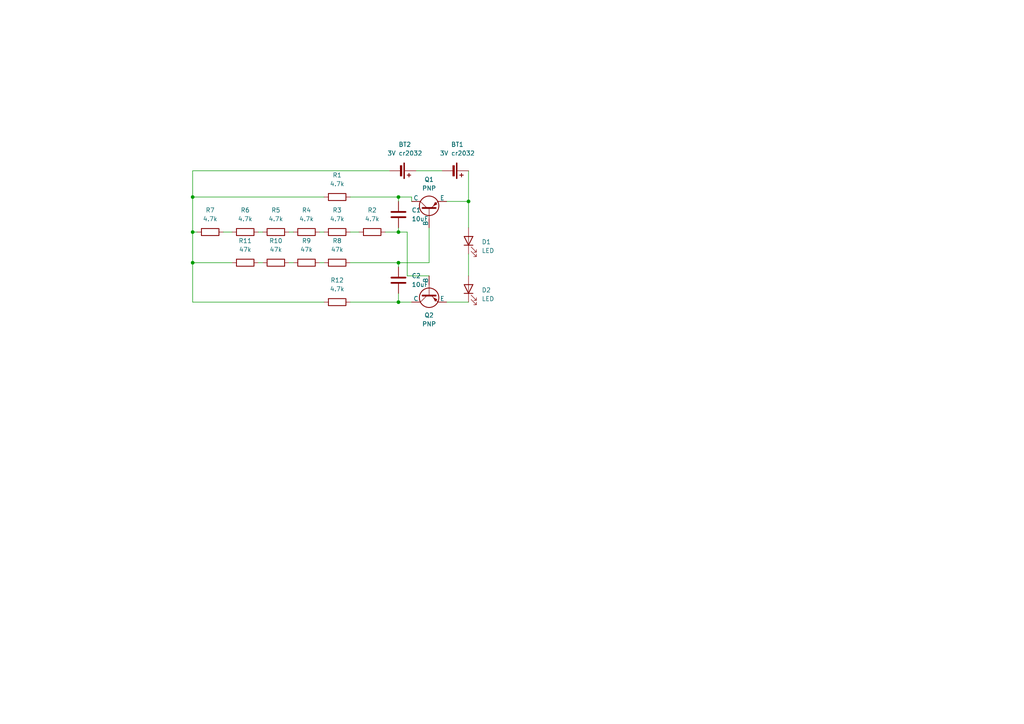
<source format=kicad_sch>
(kicad_sch
	(version 20250114)
	(generator "eeschema")
	(generator_version "9.0")
	(uuid "6c4b78bd-b47e-4461-942c-e57a5ece3be5")
	(paper "A4")
	(lib_symbols
		(symbol "Device:Battery_Cell"
			(pin_numbers
				(hide yes)
			)
			(pin_names
				(offset 0)
				(hide yes)
			)
			(exclude_from_sim no)
			(in_bom yes)
			(on_board yes)
			(property "Reference" "BT"
				(at 2.54 2.54 0)
				(effects
					(font
						(size 1.27 1.27)
					)
					(justify left)
				)
			)
			(property "Value" "Battery_Cell"
				(at 2.54 0 0)
				(effects
					(font
						(size 1.27 1.27)
					)
					(justify left)
				)
			)
			(property "Footprint" ""
				(at 0 1.524 90)
				(effects
					(font
						(size 1.27 1.27)
					)
					(hide yes)
				)
			)
			(property "Datasheet" "~"
				(at 0 1.524 90)
				(effects
					(font
						(size 1.27 1.27)
					)
					(hide yes)
				)
			)
			(property "Description" "Single-cell battery"
				(at 0 0 0)
				(effects
					(font
						(size 1.27 1.27)
					)
					(hide yes)
				)
			)
			(property "ki_keywords" "battery cell"
				(at 0 0 0)
				(effects
					(font
						(size 1.27 1.27)
					)
					(hide yes)
				)
			)
			(symbol "Battery_Cell_0_1"
				(rectangle
					(start -2.286 1.778)
					(end 2.286 1.524)
					(stroke
						(width 0)
						(type default)
					)
					(fill
						(type outline)
					)
				)
				(rectangle
					(start -1.524 1.016)
					(end 1.524 0.508)
					(stroke
						(width 0)
						(type default)
					)
					(fill
						(type outline)
					)
				)
				(polyline
					(pts
						(xy 0 1.778) (xy 0 2.54)
					)
					(stroke
						(width 0)
						(type default)
					)
					(fill
						(type none)
					)
				)
				(polyline
					(pts
						(xy 0 0.762) (xy 0 0)
					)
					(stroke
						(width 0)
						(type default)
					)
					(fill
						(type none)
					)
				)
				(polyline
					(pts
						(xy 0.762 3.048) (xy 1.778 3.048)
					)
					(stroke
						(width 0.254)
						(type default)
					)
					(fill
						(type none)
					)
				)
				(polyline
					(pts
						(xy 1.27 3.556) (xy 1.27 2.54)
					)
					(stroke
						(width 0.254)
						(type default)
					)
					(fill
						(type none)
					)
				)
			)
			(symbol "Battery_Cell_1_1"
				(pin passive line
					(at 0 5.08 270)
					(length 2.54)
					(name "+"
						(effects
							(font
								(size 1.27 1.27)
							)
						)
					)
					(number "1"
						(effects
							(font
								(size 1.27 1.27)
							)
						)
					)
				)
				(pin passive line
					(at 0 -2.54 90)
					(length 2.54)
					(name "-"
						(effects
							(font
								(size 1.27 1.27)
							)
						)
					)
					(number "2"
						(effects
							(font
								(size 1.27 1.27)
							)
						)
					)
				)
			)
			(embedded_fonts no)
		)
		(symbol "Device:C"
			(pin_numbers
				(hide yes)
			)
			(pin_names
				(offset 0.254)
			)
			(exclude_from_sim no)
			(in_bom yes)
			(on_board yes)
			(property "Reference" "C"
				(at 0.635 2.54 0)
				(effects
					(font
						(size 1.27 1.27)
					)
					(justify left)
				)
			)
			(property "Value" "C"
				(at 0.635 -2.54 0)
				(effects
					(font
						(size 1.27 1.27)
					)
					(justify left)
				)
			)
			(property "Footprint" ""
				(at 0.9652 -3.81 0)
				(effects
					(font
						(size 1.27 1.27)
					)
					(hide yes)
				)
			)
			(property "Datasheet" "~"
				(at 0 0 0)
				(effects
					(font
						(size 1.27 1.27)
					)
					(hide yes)
				)
			)
			(property "Description" "Unpolarized capacitor"
				(at 0 0 0)
				(effects
					(font
						(size 1.27 1.27)
					)
					(hide yes)
				)
			)
			(property "ki_keywords" "cap capacitor"
				(at 0 0 0)
				(effects
					(font
						(size 1.27 1.27)
					)
					(hide yes)
				)
			)
			(property "ki_fp_filters" "C_*"
				(at 0 0 0)
				(effects
					(font
						(size 1.27 1.27)
					)
					(hide yes)
				)
			)
			(symbol "C_0_1"
				(polyline
					(pts
						(xy -2.032 0.762) (xy 2.032 0.762)
					)
					(stroke
						(width 0.508)
						(type default)
					)
					(fill
						(type none)
					)
				)
				(polyline
					(pts
						(xy -2.032 -0.762) (xy 2.032 -0.762)
					)
					(stroke
						(width 0.508)
						(type default)
					)
					(fill
						(type none)
					)
				)
			)
			(symbol "C_1_1"
				(pin passive line
					(at 0 3.81 270)
					(length 2.794)
					(name "~"
						(effects
							(font
								(size 1.27 1.27)
							)
						)
					)
					(number "1"
						(effects
							(font
								(size 1.27 1.27)
							)
						)
					)
				)
				(pin passive line
					(at 0 -3.81 90)
					(length 2.794)
					(name "~"
						(effects
							(font
								(size 1.27 1.27)
							)
						)
					)
					(number "2"
						(effects
							(font
								(size 1.27 1.27)
							)
						)
					)
				)
			)
			(embedded_fonts no)
		)
		(symbol "Device:LED"
			(pin_numbers
				(hide yes)
			)
			(pin_names
				(offset 1.016)
				(hide yes)
			)
			(exclude_from_sim no)
			(in_bom yes)
			(on_board yes)
			(property "Reference" "D"
				(at 0 2.54 0)
				(effects
					(font
						(size 1.27 1.27)
					)
				)
			)
			(property "Value" "LED"
				(at 0 -2.54 0)
				(effects
					(font
						(size 1.27 1.27)
					)
				)
			)
			(property "Footprint" ""
				(at 0 0 0)
				(effects
					(font
						(size 1.27 1.27)
					)
					(hide yes)
				)
			)
			(property "Datasheet" "~"
				(at 0 0 0)
				(effects
					(font
						(size 1.27 1.27)
					)
					(hide yes)
				)
			)
			(property "Description" "Light emitting diode"
				(at 0 0 0)
				(effects
					(font
						(size 1.27 1.27)
					)
					(hide yes)
				)
			)
			(property "Sim.Pins" "1=K 2=A"
				(at 0 0 0)
				(effects
					(font
						(size 1.27 1.27)
					)
					(hide yes)
				)
			)
			(property "ki_keywords" "LED diode"
				(at 0 0 0)
				(effects
					(font
						(size 1.27 1.27)
					)
					(hide yes)
				)
			)
			(property "ki_fp_filters" "LED* LED_SMD:* LED_THT:*"
				(at 0 0 0)
				(effects
					(font
						(size 1.27 1.27)
					)
					(hide yes)
				)
			)
			(symbol "LED_0_1"
				(polyline
					(pts
						(xy -3.048 -0.762) (xy -4.572 -2.286) (xy -3.81 -2.286) (xy -4.572 -2.286) (xy -4.572 -1.524)
					)
					(stroke
						(width 0)
						(type default)
					)
					(fill
						(type none)
					)
				)
				(polyline
					(pts
						(xy -1.778 -0.762) (xy -3.302 -2.286) (xy -2.54 -2.286) (xy -3.302 -2.286) (xy -3.302 -1.524)
					)
					(stroke
						(width 0)
						(type default)
					)
					(fill
						(type none)
					)
				)
				(polyline
					(pts
						(xy -1.27 0) (xy 1.27 0)
					)
					(stroke
						(width 0)
						(type default)
					)
					(fill
						(type none)
					)
				)
				(polyline
					(pts
						(xy -1.27 -1.27) (xy -1.27 1.27)
					)
					(stroke
						(width 0.254)
						(type default)
					)
					(fill
						(type none)
					)
				)
				(polyline
					(pts
						(xy 1.27 -1.27) (xy 1.27 1.27) (xy -1.27 0) (xy 1.27 -1.27)
					)
					(stroke
						(width 0.254)
						(type default)
					)
					(fill
						(type none)
					)
				)
			)
			(symbol "LED_1_1"
				(pin passive line
					(at -3.81 0 0)
					(length 2.54)
					(name "K"
						(effects
							(font
								(size 1.27 1.27)
							)
						)
					)
					(number "1"
						(effects
							(font
								(size 1.27 1.27)
							)
						)
					)
				)
				(pin passive line
					(at 3.81 0 180)
					(length 2.54)
					(name "A"
						(effects
							(font
								(size 1.27 1.27)
							)
						)
					)
					(number "2"
						(effects
							(font
								(size 1.27 1.27)
							)
						)
					)
				)
			)
			(embedded_fonts no)
		)
		(symbol "Device:R"
			(pin_numbers
				(hide yes)
			)
			(pin_names
				(offset 0)
			)
			(exclude_from_sim no)
			(in_bom yes)
			(on_board yes)
			(property "Reference" "R"
				(at 2.032 0 90)
				(effects
					(font
						(size 1.27 1.27)
					)
				)
			)
			(property "Value" "R"
				(at 0 0 90)
				(effects
					(font
						(size 1.27 1.27)
					)
				)
			)
			(property "Footprint" ""
				(at -1.778 0 90)
				(effects
					(font
						(size 1.27 1.27)
					)
					(hide yes)
				)
			)
			(property "Datasheet" "~"
				(at 0 0 0)
				(effects
					(font
						(size 1.27 1.27)
					)
					(hide yes)
				)
			)
			(property "Description" "Resistor"
				(at 0 0 0)
				(effects
					(font
						(size 1.27 1.27)
					)
					(hide yes)
				)
			)
			(property "ki_keywords" "R res resistor"
				(at 0 0 0)
				(effects
					(font
						(size 1.27 1.27)
					)
					(hide yes)
				)
			)
			(property "ki_fp_filters" "R_*"
				(at 0 0 0)
				(effects
					(font
						(size 1.27 1.27)
					)
					(hide yes)
				)
			)
			(symbol "R_0_1"
				(rectangle
					(start -1.016 -2.54)
					(end 1.016 2.54)
					(stroke
						(width 0.254)
						(type default)
					)
					(fill
						(type none)
					)
				)
			)
			(symbol "R_1_1"
				(pin passive line
					(at 0 3.81 270)
					(length 1.27)
					(name "~"
						(effects
							(font
								(size 1.27 1.27)
							)
						)
					)
					(number "1"
						(effects
							(font
								(size 1.27 1.27)
							)
						)
					)
				)
				(pin passive line
					(at 0 -3.81 90)
					(length 1.27)
					(name "~"
						(effects
							(font
								(size 1.27 1.27)
							)
						)
					)
					(number "2"
						(effects
							(font
								(size 1.27 1.27)
							)
						)
					)
				)
			)
			(embedded_fonts no)
		)
		(symbol "Simulation_SPICE:PNP"
			(pin_numbers
				(hide yes)
			)
			(pin_names
				(offset 0)
			)
			(exclude_from_sim no)
			(in_bom yes)
			(on_board yes)
			(property "Reference" "Q"
				(at -2.54 7.62 0)
				(effects
					(font
						(size 1.27 1.27)
					)
				)
			)
			(property "Value" "PNP"
				(at -2.54 5.08 0)
				(effects
					(font
						(size 1.27 1.27)
					)
				)
			)
			(property "Footprint" ""
				(at 35.56 0 0)
				(effects
					(font
						(size 1.27 1.27)
					)
					(hide yes)
				)
			)
			(property "Datasheet" "https://ngspice.sourceforge.io/docs/ngspice-html-manual/manual.xhtml#cha_BJTs"
				(at 35.56 0 0)
				(effects
					(font
						(size 1.27 1.27)
					)
					(hide yes)
				)
			)
			(property "Description" "Bipolar transistor symbol for simulation only, substrate tied to the emitter"
				(at 0 0 0)
				(effects
					(font
						(size 1.27 1.27)
					)
					(hide yes)
				)
			)
			(property "Sim.Device" "PNP"
				(at 0 0 0)
				(effects
					(font
						(size 1.27 1.27)
					)
					(hide yes)
				)
			)
			(property "Sim.Type" "GUMMELPOON"
				(at 0 0 0)
				(effects
					(font
						(size 1.27 1.27)
					)
					(hide yes)
				)
			)
			(property "Sim.Pins" "1=C 2=B 3=E"
				(at 0 0 0)
				(effects
					(font
						(size 1.27 1.27)
					)
					(hide yes)
				)
			)
			(property "ki_keywords" "simulation"
				(at 0 0 0)
				(effects
					(font
						(size 1.27 1.27)
					)
					(hide yes)
				)
			)
			(symbol "PNP_0_1"
				(polyline
					(pts
						(xy -2.54 0) (xy 0.635 0)
					)
					(stroke
						(width 0.1524)
						(type default)
					)
					(fill
						(type none)
					)
				)
				(polyline
					(pts
						(xy 0.635 1.905) (xy 0.635 -1.905) (xy 0.635 -1.905)
					)
					(stroke
						(width 0.508)
						(type default)
					)
					(fill
						(type none)
					)
				)
				(polyline
					(pts
						(xy 0.635 0.635) (xy 2.54 2.54)
					)
					(stroke
						(width 0)
						(type default)
					)
					(fill
						(type none)
					)
				)
				(polyline
					(pts
						(xy 0.635 -0.635) (xy 2.54 -2.54) (xy 2.54 -2.54)
					)
					(stroke
						(width 0)
						(type default)
					)
					(fill
						(type none)
					)
				)
				(circle
					(center 1.27 0)
					(radius 2.8194)
					(stroke
						(width 0.254)
						(type default)
					)
					(fill
						(type none)
					)
				)
				(polyline
					(pts
						(xy 2.286 -1.778) (xy 1.778 -2.286) (xy 1.27 -1.27) (xy 2.286 -1.778) (xy 2.286 -1.778)
					)
					(stroke
						(width 0)
						(type default)
					)
					(fill
						(type outline)
					)
				)
			)
			(symbol "PNP_1_1"
				(pin input line
					(at -5.08 0 0)
					(length 2.54)
					(name "B"
						(effects
							(font
								(size 1.27 1.27)
							)
						)
					)
					(number "2"
						(effects
							(font
								(size 1.27 1.27)
							)
						)
					)
				)
				(pin open_collector line
					(at 2.54 5.08 270)
					(length 2.54)
					(name "C"
						(effects
							(font
								(size 1.27 1.27)
							)
						)
					)
					(number "1"
						(effects
							(font
								(size 1.27 1.27)
							)
						)
					)
				)
				(pin open_emitter line
					(at 2.54 -5.08 90)
					(length 2.54)
					(name "E"
						(effects
							(font
								(size 1.27 1.27)
							)
						)
					)
					(number "3"
						(effects
							(font
								(size 1.27 1.27)
							)
						)
					)
				)
			)
			(embedded_fonts no)
		)
	)
	(junction
		(at 115.57 57.15)
		(diameter 0)
		(color 0 0 0 0)
		(uuid "0a16cd21-c650-44e1-ae15-e36abe4dc0a6")
	)
	(junction
		(at 115.57 67.31)
		(diameter 0)
		(color 0 0 0 0)
		(uuid "79756c1a-2777-49b5-bbc2-df2970759cd2")
	)
	(junction
		(at 115.57 76.2)
		(diameter 0)
		(color 0 0 0 0)
		(uuid "8d7e02f8-f4b9-48e8-aebb-22a524a476ea")
	)
	(junction
		(at 55.88 57.15)
		(diameter 0)
		(color 0 0 0 0)
		(uuid "9962935d-36ac-4085-9eaa-29b62c8e49af")
	)
	(junction
		(at 55.88 67.31)
		(diameter 0)
		(color 0 0 0 0)
		(uuid "b900b3b0-ccb8-445f-8255-ab2b19305a47")
	)
	(junction
		(at 135.89 58.42)
		(diameter 0)
		(color 0 0 0 0)
		(uuid "c9b8bc76-18fe-45ba-98d2-bb01547493ed")
	)
	(junction
		(at 55.88 76.2)
		(diameter 0)
		(color 0 0 0 0)
		(uuid "dcd29ebe-0719-4497-a249-b11f8a8cccfc")
	)
	(junction
		(at 115.57 87.63)
		(diameter 0)
		(color 0 0 0 0)
		(uuid "efb09356-e1af-4e2f-8257-ca0abcc87998")
	)
	(wire
		(pts
			(xy 55.88 57.15) (xy 55.88 49.53)
		)
		(stroke
			(width 0)
			(type default)
		)
		(uuid "0e86babb-9513-49b4-b648-028f91d07525")
	)
	(wire
		(pts
			(xy 115.57 85.09) (xy 115.57 87.63)
		)
		(stroke
			(width 0)
			(type default)
		)
		(uuid "0f2dc92b-84e2-41eb-8e05-20bf537d9abe")
	)
	(wire
		(pts
			(xy 119.38 58.42) (xy 119.38 57.15)
		)
		(stroke
			(width 0)
			(type default)
		)
		(uuid "138c7d42-4a29-42fa-a07a-4da2ce6aab03")
	)
	(wire
		(pts
			(xy 101.6 67.31) (xy 104.14 67.31)
		)
		(stroke
			(width 0)
			(type default)
		)
		(uuid "209ca320-f754-423e-a068-1d6ecad3ceb8")
	)
	(wire
		(pts
			(xy 83.82 67.31) (xy 85.09 67.31)
		)
		(stroke
			(width 0)
			(type default)
		)
		(uuid "2a783f07-f0ae-4a8b-b501-7125c096e65c")
	)
	(wire
		(pts
			(xy 64.77 67.31) (xy 67.31 67.31)
		)
		(stroke
			(width 0)
			(type default)
		)
		(uuid "2ee6aec7-acbb-4afd-845e-f001fb20ad37")
	)
	(wire
		(pts
			(xy 135.89 58.42) (xy 135.89 66.04)
		)
		(stroke
			(width 0)
			(type default)
		)
		(uuid "3678a8de-49a7-4079-a940-6c5b7f51ce6b")
	)
	(wire
		(pts
			(xy 92.71 76.2) (xy 93.98 76.2)
		)
		(stroke
			(width 0)
			(type default)
		)
		(uuid "3cb7334d-05d2-4968-8905-b9a2454278c6")
	)
	(wire
		(pts
			(xy 83.82 76.2) (xy 85.09 76.2)
		)
		(stroke
			(width 0)
			(type default)
		)
		(uuid "3df1faa5-ff71-447f-b560-583084b9313b")
	)
	(wire
		(pts
			(xy 129.54 58.42) (xy 135.89 58.42)
		)
		(stroke
			(width 0)
			(type default)
		)
		(uuid "41a49c62-ad62-438e-a033-561d4979dc8c")
	)
	(wire
		(pts
			(xy 55.88 49.53) (xy 113.03 49.53)
		)
		(stroke
			(width 0)
			(type default)
		)
		(uuid "48e2a156-f9c7-4bc4-8f45-d5043466b8cd")
	)
	(wire
		(pts
			(xy 74.93 76.2) (xy 76.2 76.2)
		)
		(stroke
			(width 0)
			(type default)
		)
		(uuid "50fd753c-82ae-4126-8420-d280dd78dacc")
	)
	(wire
		(pts
			(xy 118.11 80.01) (xy 124.46 80.01)
		)
		(stroke
			(width 0)
			(type default)
		)
		(uuid "532a977a-f339-45f2-a597-1970dce9b175")
	)
	(wire
		(pts
			(xy 115.57 76.2) (xy 115.57 77.47)
		)
		(stroke
			(width 0)
			(type default)
		)
		(uuid "5fdd9716-54eb-4903-bb4c-10fe56d20e71")
	)
	(wire
		(pts
			(xy 129.54 87.63) (xy 135.89 87.63)
		)
		(stroke
			(width 0)
			(type default)
		)
		(uuid "6320a356-55e4-4f4e-b186-1c4b1a87deea")
	)
	(wire
		(pts
			(xy 135.89 73.66) (xy 135.89 80.01)
		)
		(stroke
			(width 0)
			(type default)
		)
		(uuid "68bb0648-dcca-46db-a3bf-ace480278c2d")
	)
	(wire
		(pts
			(xy 74.93 67.31) (xy 76.2 67.31)
		)
		(stroke
			(width 0)
			(type default)
		)
		(uuid "6bfc7598-2e98-46a2-8a91-cf63c8d7afd8")
	)
	(wire
		(pts
			(xy 119.38 57.15) (xy 115.57 57.15)
		)
		(stroke
			(width 0)
			(type default)
		)
		(uuid "7dd9ea0c-8b39-4d60-bc51-fa145de79e36")
	)
	(wire
		(pts
			(xy 55.88 67.31) (xy 57.15 67.31)
		)
		(stroke
			(width 0)
			(type default)
		)
		(uuid "8017eb78-4269-4b1e-b970-ffc5a0ef379c")
	)
	(wire
		(pts
			(xy 115.57 57.15) (xy 101.6 57.15)
		)
		(stroke
			(width 0)
			(type default)
		)
		(uuid "83763015-5f38-4126-a2bd-5f6aa96922b5")
	)
	(wire
		(pts
			(xy 55.88 76.2) (xy 67.31 76.2)
		)
		(stroke
			(width 0)
			(type default)
		)
		(uuid "84e5adb8-3cb4-4794-902f-715568678fd2")
	)
	(wire
		(pts
			(xy 115.57 87.63) (xy 119.38 87.63)
		)
		(stroke
			(width 0)
			(type default)
		)
		(uuid "897acdf2-25e7-46a5-818e-7f8de3bc0793")
	)
	(wire
		(pts
			(xy 55.88 87.63) (xy 93.98 87.63)
		)
		(stroke
			(width 0)
			(type default)
		)
		(uuid "8a161edc-d954-4e8d-8925-9e0e82ba3669")
	)
	(wire
		(pts
			(xy 124.46 76.2) (xy 124.46 66.04)
		)
		(stroke
			(width 0)
			(type default)
		)
		(uuid "8b29d3df-dd81-419d-b342-cdcdaf21f65d")
	)
	(wire
		(pts
			(xy 111.76 67.31) (xy 115.57 67.31)
		)
		(stroke
			(width 0)
			(type default)
		)
		(uuid "8e247630-df5c-47ed-afa7-1ad57721fc57")
	)
	(wire
		(pts
			(xy 55.88 76.2) (xy 55.88 87.63)
		)
		(stroke
			(width 0)
			(type default)
		)
		(uuid "a4d98d73-d1b9-4d07-9876-03e57b72f3bf")
	)
	(wire
		(pts
			(xy 120.65 49.53) (xy 128.27 49.53)
		)
		(stroke
			(width 0)
			(type default)
		)
		(uuid "adcf6a9a-33b5-4a79-ba3f-b529c5365222")
	)
	(wire
		(pts
			(xy 115.57 76.2) (xy 124.46 76.2)
		)
		(stroke
			(width 0)
			(type default)
		)
		(uuid "b6022dd9-7104-4ecf-99e4-80f83eabf7e4")
	)
	(wire
		(pts
			(xy 115.57 67.31) (xy 118.11 67.31)
		)
		(stroke
			(width 0)
			(type default)
		)
		(uuid "b6347581-1baa-4338-aa65-1325c47d6a6f")
	)
	(wire
		(pts
			(xy 115.57 57.15) (xy 115.57 58.42)
		)
		(stroke
			(width 0)
			(type default)
		)
		(uuid "b754d4bc-6a2c-4b8c-9f10-1a2dde6e6cb9")
	)
	(wire
		(pts
			(xy 101.6 87.63) (xy 115.57 87.63)
		)
		(stroke
			(width 0)
			(type default)
		)
		(uuid "b7654efd-2cc1-492b-a962-c412f5232053")
	)
	(wire
		(pts
			(xy 101.6 76.2) (xy 115.57 76.2)
		)
		(stroke
			(width 0)
			(type default)
		)
		(uuid "bbc4fe94-bf56-4b34-a2ec-60809bc1c29b")
	)
	(wire
		(pts
			(xy 55.88 57.15) (xy 93.98 57.15)
		)
		(stroke
			(width 0)
			(type default)
		)
		(uuid "c07c6ce6-092e-4953-9c8a-fe331e163819")
	)
	(wire
		(pts
			(xy 92.71 67.31) (xy 93.98 67.31)
		)
		(stroke
			(width 0)
			(type default)
		)
		(uuid "d7753fd6-2112-425b-a349-484c2770e552")
	)
	(wire
		(pts
			(xy 118.11 67.31) (xy 118.11 80.01)
		)
		(stroke
			(width 0)
			(type default)
		)
		(uuid "db771653-e030-44cc-8784-dff078ca8719")
	)
	(wire
		(pts
			(xy 55.88 57.15) (xy 55.88 67.31)
		)
		(stroke
			(width 0)
			(type default)
		)
		(uuid "e76da39a-a0b6-47a9-bc8f-bf4b92ef9b42")
	)
	(wire
		(pts
			(xy 135.89 49.53) (xy 135.89 58.42)
		)
		(stroke
			(width 0)
			(type default)
		)
		(uuid "ea9c87b7-abfc-4239-9f58-bc579d98b16c")
	)
	(wire
		(pts
			(xy 115.57 67.31) (xy 115.57 66.04)
		)
		(stroke
			(width 0)
			(type default)
		)
		(uuid "f9b83b73-7562-4c8f-a4f7-204b66843816")
	)
	(wire
		(pts
			(xy 55.88 67.31) (xy 55.88 76.2)
		)
		(stroke
			(width 0)
			(type default)
		)
		(uuid "fc350c76-af50-44be-8708-d685ab53627c")
	)
	(symbol
		(lib_id "Device:LED")
		(at 135.89 83.82 90)
		(unit 1)
		(exclude_from_sim no)
		(in_bom yes)
		(on_board yes)
		(dnp no)
		(fields_autoplaced yes)
		(uuid "086692bb-4ca9-40c2-8bc0-4092278276ad")
		(property "Reference" "D2"
			(at 139.7 84.1374 90)
			(effects
				(font
					(size 1.27 1.27)
				)
				(justify right)
			)
		)
		(property "Value" "LED"
			(at 139.7 86.6774 90)
			(effects
				(font
					(size 1.27 1.27)
				)
				(justify right)
			)
		)
		(property "Footprint" "LED_THT:LED_D5.0mm"
			(at 135.89 83.82 0)
			(effects
				(font
					(size 1.27 1.27)
				)
				(hide yes)
			)
		)
		(property "Datasheet" "~"
			(at 135.89 83.82 0)
			(effects
				(font
					(size 1.27 1.27)
				)
				(hide yes)
			)
		)
		(property "Description" "Light emitting diode"
			(at 135.89 83.82 0)
			(effects
				(font
					(size 1.27 1.27)
				)
				(hide yes)
			)
		)
		(property "Sim.Pins" "1=K 2=A"
			(at 135.89 83.82 0)
			(effects
				(font
					(size 1.27 1.27)
				)
				(hide yes)
			)
		)
		(pin "1"
			(uuid "e99406e3-9b29-41c9-bba4-6de63f708450")
		)
		(pin "2"
			(uuid "da1cf082-55b6-4877-a3b6-93e1ee791c17")
		)
		(instances
			(project ""
				(path "/6c4b78bd-b47e-4461-942c-e57a5ece3be5"
					(reference "D2")
					(unit 1)
				)
			)
		)
	)
	(symbol
		(lib_id "Device:R")
		(at 71.12 76.2 90)
		(unit 1)
		(exclude_from_sim no)
		(in_bom yes)
		(on_board yes)
		(dnp no)
		(fields_autoplaced yes)
		(uuid "0c39d9e3-6752-4232-b1f5-7753264d31b0")
		(property "Reference" "R11"
			(at 71.12 69.85 90)
			(effects
				(font
					(size 1.27 1.27)
				)
			)
		)
		(property "Value" "47k"
			(at 71.12 72.39 90)
			(effects
				(font
					(size 1.27 1.27)
				)
			)
		)
		(property "Footprint" "Resistor_THT:R_Axial_DIN0207_L6.3mm_D2.5mm_P7.62mm_Horizontal"
			(at 71.12 77.978 90)
			(effects
				(font
					(size 1.27 1.27)
				)
				(hide yes)
			)
		)
		(property "Datasheet" "~"
			(at 71.12 76.2 0)
			(effects
				(font
					(size 1.27 1.27)
				)
				(hide yes)
			)
		)
		(property "Description" "Resistor"
			(at 71.12 76.2 0)
			(effects
				(font
					(size 1.27 1.27)
				)
				(hide yes)
			)
		)
		(pin "2"
			(uuid "d923afee-b147-4d1b-8e5e-0e5bb2aabbf8")
		)
		(pin "1"
			(uuid "c7995449-89e9-410f-a74e-e2d0e44f1e52")
		)
		(instances
			(project ""
				(path "/6c4b78bd-b47e-4461-942c-e57a5ece3be5"
					(reference "R11")
					(unit 1)
				)
			)
		)
	)
	(symbol
		(lib_id "Device:R")
		(at 80.01 67.31 90)
		(unit 1)
		(exclude_from_sim no)
		(in_bom yes)
		(on_board yes)
		(dnp no)
		(fields_autoplaced yes)
		(uuid "17027ca5-d9c9-4f7a-9e49-1b74e28badc5")
		(property "Reference" "R5"
			(at 80.01 60.96 90)
			(effects
				(font
					(size 1.27 1.27)
				)
			)
		)
		(property "Value" "4.7k"
			(at 80.01 63.5 90)
			(effects
				(font
					(size 1.27 1.27)
				)
			)
		)
		(property "Footprint" "Resistor_THT:R_Axial_DIN0207_L6.3mm_D2.5mm_P7.62mm_Horizontal"
			(at 80.01 69.088 90)
			(effects
				(font
					(size 1.27 1.27)
				)
				(hide yes)
			)
		)
		(property "Datasheet" "~"
			(at 80.01 67.31 0)
			(effects
				(font
					(size 1.27 1.27)
				)
				(hide yes)
			)
		)
		(property "Description" "Resistor"
			(at 80.01 67.31 0)
			(effects
				(font
					(size 1.27 1.27)
				)
				(hide yes)
			)
		)
		(pin "1"
			(uuid "41f139ab-78eb-4fd6-923a-32cd79e8f87e")
		)
		(pin "2"
			(uuid "289d6275-e4f4-4765-8a48-b1c164e38ec8")
		)
		(instances
			(project ""
				(path "/6c4b78bd-b47e-4461-942c-e57a5ece3be5"
					(reference "R5")
					(unit 1)
				)
			)
		)
	)
	(symbol
		(lib_id "Device:R")
		(at 97.79 87.63 90)
		(unit 1)
		(exclude_from_sim no)
		(in_bom yes)
		(on_board yes)
		(dnp no)
		(fields_autoplaced yes)
		(uuid "2bf8f13d-6bb8-4f9e-9cc0-c8dfd5095536")
		(property "Reference" "R12"
			(at 97.79 81.28 90)
			(effects
				(font
					(size 1.27 1.27)
				)
			)
		)
		(property "Value" "4.7k"
			(at 97.79 83.82 90)
			(effects
				(font
					(size 1.27 1.27)
				)
			)
		)
		(property "Footprint" "Resistor_THT:R_Axial_DIN0207_L6.3mm_D2.5mm_P7.62mm_Horizontal"
			(at 97.79 89.408 90)
			(effects
				(font
					(size 1.27 1.27)
				)
				(hide yes)
			)
		)
		(property "Datasheet" "~"
			(at 97.79 87.63 0)
			(effects
				(font
					(size 1.27 1.27)
				)
				(hide yes)
			)
		)
		(property "Description" "Resistor"
			(at 97.79 87.63 0)
			(effects
				(font
					(size 1.27 1.27)
				)
				(hide yes)
			)
		)
		(pin "1"
			(uuid "07151d3d-bc16-4581-8c82-1663e4f3d886")
		)
		(pin "2"
			(uuid "6cbf06a1-40ac-4efd-8f08-3a607bb2f272")
		)
		(instances
			(project ""
				(path "/6c4b78bd-b47e-4461-942c-e57a5ece3be5"
					(reference "R12")
					(unit 1)
				)
			)
		)
	)
	(symbol
		(lib_id "Device:R")
		(at 88.9 67.31 90)
		(unit 1)
		(exclude_from_sim no)
		(in_bom yes)
		(on_board yes)
		(dnp no)
		(fields_autoplaced yes)
		(uuid "33d591b1-ca06-4f2e-8d7e-f80d5e62841f")
		(property "Reference" "R4"
			(at 88.9 60.96 90)
			(effects
				(font
					(size 1.27 1.27)
				)
			)
		)
		(property "Value" "4.7k"
			(at 88.9 63.5 90)
			(effects
				(font
					(size 1.27 1.27)
				)
			)
		)
		(property "Footprint" "Resistor_THT:R_Axial_DIN0207_L6.3mm_D2.5mm_P7.62mm_Horizontal"
			(at 88.9 69.088 90)
			(effects
				(font
					(size 1.27 1.27)
				)
				(hide yes)
			)
		)
		(property "Datasheet" "~"
			(at 88.9 67.31 0)
			(effects
				(font
					(size 1.27 1.27)
				)
				(hide yes)
			)
		)
		(property "Description" "Resistor"
			(at 88.9 67.31 0)
			(effects
				(font
					(size 1.27 1.27)
				)
				(hide yes)
			)
		)
		(pin "1"
			(uuid "41f139ab-78eb-4fd6-923a-32cd79e8f87e")
		)
		(pin "2"
			(uuid "289d6275-e4f4-4765-8a48-b1c164e38ec8")
		)
		(instances
			(project ""
				(path "/6c4b78bd-b47e-4461-942c-e57a5ece3be5"
					(reference "R4")
					(unit 1)
				)
			)
		)
	)
	(symbol
		(lib_id "Device:LED")
		(at 135.89 69.85 90)
		(unit 1)
		(exclude_from_sim no)
		(in_bom yes)
		(on_board yes)
		(dnp no)
		(fields_autoplaced yes)
		(uuid "49bdafeb-eb03-4031-932f-9e6d0756fba7")
		(property "Reference" "D1"
			(at 139.7 70.1674 90)
			(effects
				(font
					(size 1.27 1.27)
				)
				(justify right)
			)
		)
		(property "Value" "LED"
			(at 139.7 72.7074 90)
			(effects
				(font
					(size 1.27 1.27)
				)
				(justify right)
			)
		)
		(property "Footprint" "LED_THT:LED_D5.0mm"
			(at 135.89 69.85 0)
			(effects
				(font
					(size 1.27 1.27)
				)
				(hide yes)
			)
		)
		(property "Datasheet" "~"
			(at 135.89 69.85 0)
			(effects
				(font
					(size 1.27 1.27)
				)
				(hide yes)
			)
		)
		(property "Description" "Light emitting diode"
			(at 135.89 69.85 0)
			(effects
				(font
					(size 1.27 1.27)
				)
				(hide yes)
			)
		)
		(property "Sim.Pins" "1=K 2=A"
			(at 135.89 69.85 0)
			(effects
				(font
					(size 1.27 1.27)
				)
				(hide yes)
			)
		)
		(pin "1"
			(uuid "bc1acab5-3627-44e9-8417-8cf99b94450f")
		)
		(pin "2"
			(uuid "df17c188-d201-484a-8a14-274730c0350d")
		)
		(instances
			(project ""
				(path "/6c4b78bd-b47e-4461-942c-e57a5ece3be5"
					(reference "D1")
					(unit 1)
				)
			)
		)
	)
	(symbol
		(lib_id "Simulation_SPICE:PNP")
		(at 124.46 85.09 90)
		(mirror x)
		(unit 1)
		(exclude_from_sim no)
		(in_bom yes)
		(on_board yes)
		(dnp no)
		(fields_autoplaced yes)
		(uuid "56901959-73c5-45db-af27-97b17efb16d3")
		(property "Reference" "Q2"
			(at 124.46 91.44 90)
			(effects
				(font
					(size 1.27 1.27)
				)
			)
		)
		(property "Value" "PNP"
			(at 124.46 93.98 90)
			(effects
				(font
					(size 1.27 1.27)
				)
			)
		)
		(property "Footprint" "Package_TO_SOT_THT:TO-92L_HandSolder"
			(at 124.46 120.65 0)
			(effects
				(font
					(size 1.27 1.27)
				)
				(hide yes)
			)
		)
		(property "Datasheet" "https://ngspice.sourceforge.io/docs/ngspice-html-manual/manual.xhtml#cha_BJTs"
			(at 124.46 120.65 0)
			(effects
				(font
					(size 1.27 1.27)
				)
				(hide yes)
			)
		)
		(property "Description" "Bipolar transistor symbol for simulation only, substrate tied to the emitter"
			(at 124.46 85.09 0)
			(effects
				(font
					(size 1.27 1.27)
				)
				(hide yes)
			)
		)
		(property "Sim.Device" "PNP"
			(at 124.46 85.09 0)
			(effects
				(font
					(size 1.27 1.27)
				)
				(hide yes)
			)
		)
		(property "Sim.Type" "GUMMELPOON"
			(at 124.46 85.09 0)
			(effects
				(font
					(size 1.27 1.27)
				)
				(hide yes)
			)
		)
		(property "Sim.Pins" "1=C 2=B 3=E"
			(at 124.46 85.09 0)
			(effects
				(font
					(size 1.27 1.27)
				)
				(hide yes)
			)
		)
		(pin "2"
			(uuid "585b55f2-1282-4569-a70f-485b693ade7b")
		)
		(pin "3"
			(uuid "0301425a-1bfd-432b-8570-6b1be4c5094c")
		)
		(pin "1"
			(uuid "612e1794-81dd-437a-a20d-cf27a5d08142")
		)
		(instances
			(project ""
				(path "/6c4b78bd-b47e-4461-942c-e57a5ece3be5"
					(reference "Q2")
					(unit 1)
				)
			)
		)
	)
	(symbol
		(lib_id "Device:Battery_Cell")
		(at 115.57 49.53 270)
		(unit 1)
		(exclude_from_sim no)
		(in_bom yes)
		(on_board yes)
		(dnp no)
		(fields_autoplaced yes)
		(uuid "5da57196-e9e9-4cac-95b4-5deb82942ee7")
		(property "Reference" "BT2"
			(at 117.4115 41.91 90)
			(effects
				(font
					(size 1.27 1.27)
				)
			)
		)
		(property "Value" "3V cr2032"
			(at 117.4115 44.45 90)
			(effects
				(font
					(size 1.27 1.27)
				)
			)
		)
		(property "Footprint" "Battery:BatteryHolder_Keystone_3034_1x20mm"
			(at 117.094 49.53 90)
			(effects
				(font
					(size 1.27 1.27)
				)
				(hide yes)
			)
		)
		(property "Datasheet" "~"
			(at 117.094 49.53 90)
			(effects
				(font
					(size 1.27 1.27)
				)
				(hide yes)
			)
		)
		(property "Description" "Single-cell battery"
			(at 115.57 49.53 0)
			(effects
				(font
					(size 1.27 1.27)
				)
				(hide yes)
			)
		)
		(pin "2"
			(uuid "65d73342-435f-486e-85ea-a99e618d78a3")
		)
		(pin "1"
			(uuid "ca6f651a-b573-490a-ad0b-741de677bef9")
		)
		(instances
			(project ""
				(path "/6c4b78bd-b47e-4461-942c-e57a5ece3be5"
					(reference "BT2")
					(unit 1)
				)
			)
		)
	)
	(symbol
		(lib_id "Simulation_SPICE:PNP")
		(at 124.46 60.96 90)
		(unit 1)
		(exclude_from_sim no)
		(in_bom yes)
		(on_board yes)
		(dnp no)
		(fields_autoplaced yes)
		(uuid "6fdb9b1d-b8fd-405f-869b-21631aed2f4d")
		(property "Reference" "Q1"
			(at 124.46 52.07 90)
			(effects
				(font
					(size 1.27 1.27)
				)
			)
		)
		(property "Value" "PNP"
			(at 124.46 54.61 90)
			(effects
				(font
					(size 1.27 1.27)
				)
			)
		)
		(property "Footprint" "Package_TO_SOT_THT:TO-92L_HandSolder"
			(at 124.46 25.4 0)
			(effects
				(font
					(size 1.27 1.27)
				)
				(hide yes)
			)
		)
		(property "Datasheet" "https://ngspice.sourceforge.io/docs/ngspice-html-manual/manual.xhtml#cha_BJTs"
			(at 124.46 25.4 0)
			(effects
				(font
					(size 1.27 1.27)
				)
				(hide yes)
			)
		)
		(property "Description" "Bipolar transistor symbol for simulation only, substrate tied to the emitter"
			(at 124.46 60.96 0)
			(effects
				(font
					(size 1.27 1.27)
				)
				(hide yes)
			)
		)
		(property "Sim.Device" "PNP"
			(at 124.46 60.96 0)
			(effects
				(font
					(size 1.27 1.27)
				)
				(hide yes)
			)
		)
		(property "Sim.Type" "GUMMELPOON"
			(at 124.46 60.96 0)
			(effects
				(font
					(size 1.27 1.27)
				)
				(hide yes)
			)
		)
		(property "Sim.Pins" "1=C 2=B 3=E"
			(at 124.46 60.96 0)
			(effects
				(font
					(size 1.27 1.27)
				)
				(hide yes)
			)
		)
		(pin "2"
			(uuid "585b55f2-1282-4569-a70f-485b693ade7b")
		)
		(pin "3"
			(uuid "0301425a-1bfd-432b-8570-6b1be4c5094c")
		)
		(pin "1"
			(uuid "612e1794-81dd-437a-a20d-cf27a5d08142")
		)
		(instances
			(project ""
				(path "/6c4b78bd-b47e-4461-942c-e57a5ece3be5"
					(reference "Q1")
					(unit 1)
				)
			)
		)
	)
	(symbol
		(lib_id "Device:R")
		(at 107.95 67.31 90)
		(unit 1)
		(exclude_from_sim no)
		(in_bom yes)
		(on_board yes)
		(dnp no)
		(fields_autoplaced yes)
		(uuid "83c385fc-6f3a-43f4-a3e0-c53b1f5c2927")
		(property "Reference" "R2"
			(at 107.95 60.96 90)
			(effects
				(font
					(size 1.27 1.27)
				)
			)
		)
		(property "Value" "4.7k"
			(at 107.95 63.5 90)
			(effects
				(font
					(size 1.27 1.27)
				)
			)
		)
		(property "Footprint" "Resistor_THT:R_Axial_DIN0207_L6.3mm_D2.5mm_P7.62mm_Horizontal"
			(at 107.95 69.088 90)
			(effects
				(font
					(size 1.27 1.27)
				)
				(hide yes)
			)
		)
		(property "Datasheet" "~"
			(at 107.95 67.31 0)
			(effects
				(font
					(size 1.27 1.27)
				)
				(hide yes)
			)
		)
		(property "Description" "Resistor"
			(at 107.95 67.31 0)
			(effects
				(font
					(size 1.27 1.27)
				)
				(hide yes)
			)
		)
		(pin "1"
			(uuid "07151d3d-bc16-4581-8c82-1663e4f3d886")
		)
		(pin "2"
			(uuid "6cbf06a1-40ac-4efd-8f08-3a607bb2f272")
		)
		(instances
			(project ""
				(path "/6c4b78bd-b47e-4461-942c-e57a5ece3be5"
					(reference "R2")
					(unit 1)
				)
			)
		)
	)
	(symbol
		(lib_id "Device:R")
		(at 88.9 76.2 90)
		(unit 1)
		(exclude_from_sim no)
		(in_bom yes)
		(on_board yes)
		(dnp no)
		(fields_autoplaced yes)
		(uuid "83e69a38-4d1c-40cb-8b3a-218a7decf4b8")
		(property "Reference" "R9"
			(at 88.9 69.85 90)
			(effects
				(font
					(size 1.27 1.27)
				)
			)
		)
		(property "Value" "47k"
			(at 88.9 72.39 90)
			(effects
				(font
					(size 1.27 1.27)
				)
			)
		)
		(property "Footprint" "Resistor_THT:R_Axial_DIN0207_L6.3mm_D2.5mm_P7.62mm_Horizontal"
			(at 88.9 77.978 90)
			(effects
				(font
					(size 1.27 1.27)
				)
				(hide yes)
			)
		)
		(property "Datasheet" "~"
			(at 88.9 76.2 0)
			(effects
				(font
					(size 1.27 1.27)
				)
				(hide yes)
			)
		)
		(property "Description" "Resistor"
			(at 88.9 76.2 0)
			(effects
				(font
					(size 1.27 1.27)
				)
				(hide yes)
			)
		)
		(pin "2"
			(uuid "d923afee-b147-4d1b-8e5e-0e5bb2aabbf8")
		)
		(pin "1"
			(uuid "c7995449-89e9-410f-a74e-e2d0e44f1e52")
		)
		(instances
			(project ""
				(path "/6c4b78bd-b47e-4461-942c-e57a5ece3be5"
					(reference "R9")
					(unit 1)
				)
			)
		)
	)
	(symbol
		(lib_id "Device:C")
		(at 115.57 62.23 0)
		(unit 1)
		(exclude_from_sim no)
		(in_bom yes)
		(on_board yes)
		(dnp no)
		(fields_autoplaced yes)
		(uuid "a062eaae-f100-40b3-999c-4ad200914cd1")
		(property "Reference" "C1"
			(at 119.38 60.9599 0)
			(effects
				(font
					(size 1.27 1.27)
				)
				(justify left)
			)
		)
		(property "Value" "10uF"
			(at 119.38 63.4999 0)
			(effects
				(font
					(size 1.27 1.27)
				)
				(justify left)
			)
		)
		(property "Footprint" "Capacitor_THT:CP_Radial_D8.0mm_P5.00mm"
			(at 116.5352 66.04 0)
			(effects
				(font
					(size 1.27 1.27)
				)
				(hide yes)
			)
		)
		(property "Datasheet" "~"
			(at 115.57 62.23 0)
			(effects
				(font
					(size 1.27 1.27)
				)
				(hide yes)
			)
		)
		(property "Description" "Unpolarized capacitor"
			(at 115.57 62.23 0)
			(effects
				(font
					(size 1.27 1.27)
				)
				(hide yes)
			)
		)
		(pin "2"
			(uuid "715a5431-be21-4269-a071-64d1d9da36d9")
		)
		(pin "1"
			(uuid "f459bc38-e84f-4fa5-9423-f784bfffc2ae")
		)
		(instances
			(project ""
				(path "/6c4b78bd-b47e-4461-942c-e57a5ece3be5"
					(reference "C1")
					(unit 1)
				)
			)
		)
	)
	(symbol
		(lib_id "Device:R")
		(at 97.79 57.15 90)
		(unit 1)
		(exclude_from_sim no)
		(in_bom yes)
		(on_board yes)
		(dnp no)
		(fields_autoplaced yes)
		(uuid "a0b54246-3ecc-480f-9d26-25d6561aa8ad")
		(property "Reference" "R1"
			(at 97.79 50.8 90)
			(effects
				(font
					(size 1.27 1.27)
				)
			)
		)
		(property "Value" "4.7k"
			(at 97.79 53.34 90)
			(effects
				(font
					(size 1.27 1.27)
				)
			)
		)
		(property "Footprint" "Resistor_THT:R_Axial_DIN0207_L6.3mm_D2.5mm_P7.62mm_Horizontal"
			(at 97.79 58.928 90)
			(effects
				(font
					(size 1.27 1.27)
				)
				(hide yes)
			)
		)
		(property "Datasheet" "~"
			(at 97.79 57.15 0)
			(effects
				(font
					(size 1.27 1.27)
				)
				(hide yes)
			)
		)
		(property "Description" "Resistor"
			(at 97.79 57.15 0)
			(effects
				(font
					(size 1.27 1.27)
				)
				(hide yes)
			)
		)
		(pin "1"
			(uuid "07151d3d-bc16-4581-8c82-1663e4f3d886")
		)
		(pin "2"
			(uuid "6cbf06a1-40ac-4efd-8f08-3a607bb2f272")
		)
		(instances
			(project ""
				(path "/6c4b78bd-b47e-4461-942c-e57a5ece3be5"
					(reference "R1")
					(unit 1)
				)
			)
		)
	)
	(symbol
		(lib_id "Device:R")
		(at 97.79 67.31 90)
		(unit 1)
		(exclude_from_sim no)
		(in_bom yes)
		(on_board yes)
		(dnp no)
		(fields_autoplaced yes)
		(uuid "aee65a17-bd15-4a93-9fa0-777904e8daf5")
		(property "Reference" "R3"
			(at 97.79 60.96 90)
			(effects
				(font
					(size 1.27 1.27)
				)
			)
		)
		(property "Value" "4.7k"
			(at 97.79 63.5 90)
			(effects
				(font
					(size 1.27 1.27)
				)
			)
		)
		(property "Footprint" "Resistor_THT:R_Axial_DIN0207_L6.3mm_D2.5mm_P7.62mm_Horizontal"
			(at 97.79 69.088 90)
			(effects
				(font
					(size 1.27 1.27)
				)
				(hide yes)
			)
		)
		(property "Datasheet" "~"
			(at 97.79 67.31 0)
			(effects
				(font
					(size 1.27 1.27)
				)
				(hide yes)
			)
		)
		(property "Description" "Resistor"
			(at 97.79 67.31 0)
			(effects
				(font
					(size 1.27 1.27)
				)
				(hide yes)
			)
		)
		(pin "1"
			(uuid "41f139ab-78eb-4fd6-923a-32cd79e8f87e")
		)
		(pin "2"
			(uuid "289d6275-e4f4-4765-8a48-b1c164e38ec8")
		)
		(instances
			(project ""
				(path "/6c4b78bd-b47e-4461-942c-e57a5ece3be5"
					(reference "R3")
					(unit 1)
				)
			)
		)
	)
	(symbol
		(lib_id "Device:R")
		(at 60.96 67.31 90)
		(unit 1)
		(exclude_from_sim no)
		(in_bom yes)
		(on_board yes)
		(dnp no)
		(fields_autoplaced yes)
		(uuid "b997392e-10af-4ccb-bf52-5f2b2326b8ad")
		(property "Reference" "R7"
			(at 60.96 60.96 90)
			(effects
				(font
					(size 1.27 1.27)
				)
			)
		)
		(property "Value" "4.7k"
			(at 60.96 63.5 90)
			(effects
				(font
					(size 1.27 1.27)
				)
			)
		)
		(property "Footprint" "Resistor_THT:R_Axial_DIN0207_L6.3mm_D2.5mm_P7.62mm_Horizontal"
			(at 60.96 69.088 90)
			(effects
				(font
					(size 1.27 1.27)
				)
				(hide yes)
			)
		)
		(property "Datasheet" "~"
			(at 60.96 67.31 0)
			(effects
				(font
					(size 1.27 1.27)
				)
				(hide yes)
			)
		)
		(property "Description" "Resistor"
			(at 60.96 67.31 0)
			(effects
				(font
					(size 1.27 1.27)
				)
				(hide yes)
			)
		)
		(pin "1"
			(uuid "41f139ab-78eb-4fd6-923a-32cd79e8f87e")
		)
		(pin "2"
			(uuid "289d6275-e4f4-4765-8a48-b1c164e38ec8")
		)
		(instances
			(project ""
				(path "/6c4b78bd-b47e-4461-942c-e57a5ece3be5"
					(reference "R7")
					(unit 1)
				)
			)
		)
	)
	(symbol
		(lib_id "Device:C")
		(at 115.57 81.28 0)
		(unit 1)
		(exclude_from_sim no)
		(in_bom yes)
		(on_board yes)
		(dnp no)
		(fields_autoplaced yes)
		(uuid "ba53e1e5-569e-4771-b4a2-f43dfb042ebe")
		(property "Reference" "C2"
			(at 119.38 80.0099 0)
			(effects
				(font
					(size 1.27 1.27)
				)
				(justify left)
			)
		)
		(property "Value" "10uF"
			(at 119.38 82.5499 0)
			(effects
				(font
					(size 1.27 1.27)
				)
				(justify left)
			)
		)
		(property "Footprint" "Capacitor_THT:CP_Radial_D8.0mm_P5.00mm"
			(at 116.5352 85.09 0)
			(effects
				(font
					(size 1.27 1.27)
				)
				(hide yes)
			)
		)
		(property "Datasheet" "~"
			(at 115.57 81.28 0)
			(effects
				(font
					(size 1.27 1.27)
				)
				(hide yes)
			)
		)
		(property "Description" "Unpolarized capacitor"
			(at 115.57 81.28 0)
			(effects
				(font
					(size 1.27 1.27)
				)
				(hide yes)
			)
		)
		(pin "2"
			(uuid "715a5431-be21-4269-a071-64d1d9da36d9")
		)
		(pin "1"
			(uuid "f459bc38-e84f-4fa5-9423-f784bfffc2ae")
		)
		(instances
			(project ""
				(path "/6c4b78bd-b47e-4461-942c-e57a5ece3be5"
					(reference "C2")
					(unit 1)
				)
			)
		)
	)
	(symbol
		(lib_id "Device:Battery_Cell")
		(at 130.81 49.53 270)
		(unit 1)
		(exclude_from_sim no)
		(in_bom yes)
		(on_board yes)
		(dnp no)
		(fields_autoplaced yes)
		(uuid "c87614ca-34cc-42d5-96aa-777b0ac24491")
		(property "Reference" "BT1"
			(at 132.6515 41.91 90)
			(effects
				(font
					(size 1.27 1.27)
				)
			)
		)
		(property "Value" "3V cr2032"
			(at 132.6515 44.45 90)
			(effects
				(font
					(size 1.27 1.27)
				)
			)
		)
		(property "Footprint" "Battery:BatteryHolder_Keystone_3034_1x20mm"
			(at 132.334 49.53 90)
			(effects
				(font
					(size 1.27 1.27)
				)
				(hide yes)
			)
		)
		(property "Datasheet" "~"
			(at 132.334 49.53 90)
			(effects
				(font
					(size 1.27 1.27)
				)
				(hide yes)
			)
		)
		(property "Description" "Single-cell battery"
			(at 130.81 49.53 0)
			(effects
				(font
					(size 1.27 1.27)
				)
				(hide yes)
			)
		)
		(pin "2"
			(uuid "b4f427dd-ab18-4fae-a6bf-a76c545ab399")
		)
		(pin "1"
			(uuid "571ac191-f709-4089-a36e-31e890905883")
		)
		(instances
			(project ""
				(path "/6c4b78bd-b47e-4461-942c-e57a5ece3be5"
					(reference "BT1")
					(unit 1)
				)
			)
		)
	)
	(symbol
		(lib_id "Device:R")
		(at 80.01 76.2 90)
		(unit 1)
		(exclude_from_sim no)
		(in_bom yes)
		(on_board yes)
		(dnp no)
		(fields_autoplaced yes)
		(uuid "d75f32f7-4774-43c8-89d0-e030fb4e073b")
		(property "Reference" "R10"
			(at 80.01 69.85 90)
			(effects
				(font
					(size 1.27 1.27)
				)
			)
		)
		(property "Value" "47k"
			(at 80.01 72.39 90)
			(effects
				(font
					(size 1.27 1.27)
				)
			)
		)
		(property "Footprint" "Resistor_THT:R_Axial_DIN0207_L6.3mm_D2.5mm_P7.62mm_Horizontal"
			(at 80.01 77.978 90)
			(effects
				(font
					(size 1.27 1.27)
				)
				(hide yes)
			)
		)
		(property "Datasheet" "~"
			(at 80.01 76.2 0)
			(effects
				(font
					(size 1.27 1.27)
				)
				(hide yes)
			)
		)
		(property "Description" "Resistor"
			(at 80.01 76.2 0)
			(effects
				(font
					(size 1.27 1.27)
				)
				(hide yes)
			)
		)
		(pin "2"
			(uuid "d923afee-b147-4d1b-8e5e-0e5bb2aabbf8")
		)
		(pin "1"
			(uuid "c7995449-89e9-410f-a74e-e2d0e44f1e52")
		)
		(instances
			(project ""
				(path "/6c4b78bd-b47e-4461-942c-e57a5ece3be5"
					(reference "R10")
					(unit 1)
				)
			)
		)
	)
	(symbol
		(lib_id "Device:R")
		(at 71.12 67.31 90)
		(unit 1)
		(exclude_from_sim no)
		(in_bom yes)
		(on_board yes)
		(dnp no)
		(fields_autoplaced yes)
		(uuid "f150fb9a-7917-414f-b502-d26e9fe9546f")
		(property "Reference" "R6"
			(at 71.12 60.96 90)
			(effects
				(font
					(size 1.27 1.27)
				)
			)
		)
		(property "Value" "4.7k"
			(at 71.12 63.5 90)
			(effects
				(font
					(size 1.27 1.27)
				)
			)
		)
		(property "Footprint" "Resistor_THT:R_Axial_DIN0207_L6.3mm_D2.5mm_P7.62mm_Horizontal"
			(at 71.12 69.088 90)
			(effects
				(font
					(size 1.27 1.27)
				)
				(hide yes)
			)
		)
		(property "Datasheet" "~"
			(at 71.12 67.31 0)
			(effects
				(font
					(size 1.27 1.27)
				)
				(hide yes)
			)
		)
		(property "Description" "Resistor"
			(at 71.12 67.31 0)
			(effects
				(font
					(size 1.27 1.27)
				)
				(hide yes)
			)
		)
		(pin "1"
			(uuid "41f139ab-78eb-4fd6-923a-32cd79e8f87e")
		)
		(pin "2"
			(uuid "289d6275-e4f4-4765-8a48-b1c164e38ec8")
		)
		(instances
			(project ""
				(path "/6c4b78bd-b47e-4461-942c-e57a5ece3be5"
					(reference "R6")
					(unit 1)
				)
			)
		)
	)
	(symbol
		(lib_id "Device:R")
		(at 97.79 76.2 90)
		(unit 1)
		(exclude_from_sim no)
		(in_bom yes)
		(on_board yes)
		(dnp no)
		(fields_autoplaced yes)
		(uuid "f55eb67a-44c3-4478-8bf5-b05b52687ea3")
		(property "Reference" "R8"
			(at 97.79 69.85 90)
			(effects
				(font
					(size 1.27 1.27)
				)
			)
		)
		(property "Value" "47k"
			(at 97.79 72.39 90)
			(effects
				(font
					(size 1.27 1.27)
				)
			)
		)
		(property "Footprint" "Resistor_THT:R_Axial_DIN0207_L6.3mm_D2.5mm_P7.62mm_Horizontal"
			(at 97.79 77.978 90)
			(effects
				(font
					(size 1.27 1.27)
				)
				(hide yes)
			)
		)
		(property "Datasheet" "~"
			(at 97.79 76.2 0)
			(effects
				(font
					(size 1.27 1.27)
				)
				(hide yes)
			)
		)
		(property "Description" "Resistor"
			(at 97.79 76.2 0)
			(effects
				(font
					(size 1.27 1.27)
				)
				(hide yes)
			)
		)
		(pin "1"
			(uuid "07151d3d-bc16-4581-8c82-1663e4f3d886")
		)
		(pin "2"
			(uuid "6cbf06a1-40ac-4efd-8f08-3a607bb2f272")
		)
		(instances
			(project ""
				(path "/6c4b78bd-b47e-4461-942c-e57a5ece3be5"
					(reference "R8")
					(unit 1)
				)
			)
		)
	)
	(sheet_instances
		(path "/"
			(page "1")
		)
	)
	(embedded_fonts no)
)

</source>
